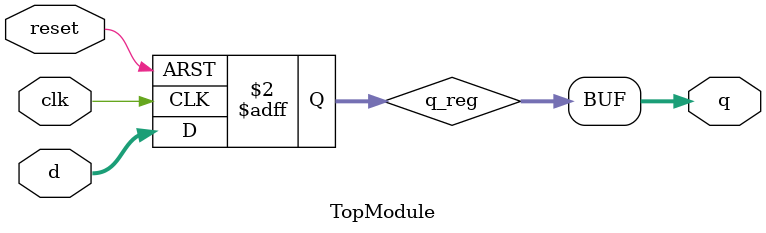
<source format=sv>

module TopModule (
    input clk,
    input reset,
    input [7:0] d,
    output reg [7:0] q
);

reg [7:0] q_reg;

always @(posedge clk or posedge reset) begin
    if (reset) begin
        q_reg <= 8'b00110100; // reset value 0x34
    end else begin
        q_reg <= d;
    end
end

assign q = q_reg;

endmodule
</source>
